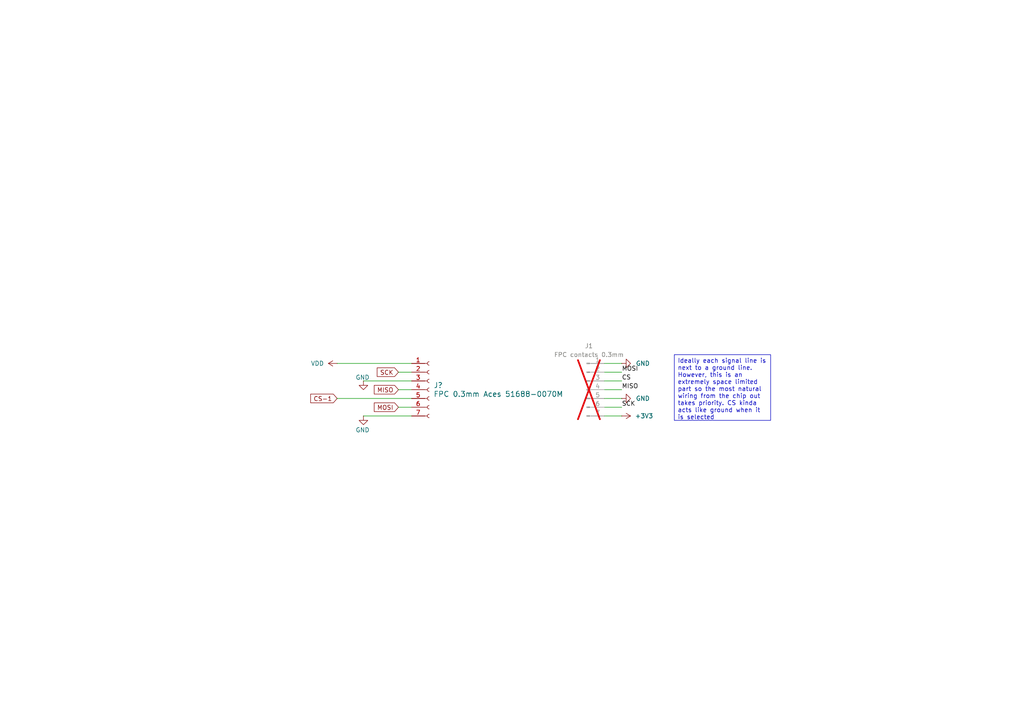
<source format=kicad_sch>
(kicad_sch (version 20250114) (generator "eeschema") (generator_version "9.0")
  (paper "A4")
  (title_block (date "2025-11-16") (rev "V1.1") (comment 1 "Licensed under CERN-OHL-S v2") (comment 2 "Author: Asher Edwards"))
  (lib_symbols
    (symbol "Connector:Conn_01x07_Pin" (pin_names (offset 1.016) (hide yes))
      (property "Reference" "J" (at 0 10.16 0))
      (property "Value" "Conn_01x07_Pin" (at 0 -10.16 0))
      (symbol "Conn_01x07_Pin_1_1"
        (rectangle (start 0.8636 7.747) (end 0 7.493) (stroke (width 0.1524)) (fill (type outline)))
        (rectangle (start 0.8636 5.207) (end 0 4.953) (stroke (width 0.1524)) (fill (type outline)))
        (rectangle (start 0.8636 2.667) (end 0 2.413) (stroke (width 0.1524)) (fill (type outline)))
        (rectangle (start 0.8636 0.127) (end 0 -0.127) (stroke (width 0.1524)) (fill (type outline)))
        (rectangle (start 0.8636 -2.413) (end 0 -2.667) (stroke (width 0.1524)) (fill (type outline)))
        (rectangle (start 0.8636 -4.953) (end 0 -5.207) (stroke (width 0.1524)) (fill (type outline)))
        (rectangle (start 0.8636 -7.493) (end 0 -7.747) (stroke (width 0.1524)) (fill (type outline)))
        (polyline (pts (xy 1.27 7.62) (xy 0.8636 7.62)) (stroke (width 0.1524)))
        (polyline (pts (xy 1.27 5.08) (xy 0.8636 5.08)) (stroke (width 0.1524)))
        (polyline (pts (xy 1.27 2.54) (xy 0.8636 2.54)) (stroke (width 0.1524)))
        (polyline (pts (xy 1.27 0) (xy 0.8636 0)) (stroke (width 0.1524)))
        (polyline (pts (xy 1.27 -2.54) (xy 0.8636 -2.54)) (stroke (width 0.1524)))
        (polyline (pts (xy 1.27 -5.08) (xy 0.8636 -5.08)) (stroke (width 0.1524)))
        (polyline (pts (xy 1.27 -7.62) (xy 0.8636 -7.62)) (stroke (width 0.1524)))
        (pin passive line (at 5.08 7.62 180) (length 3.81) (name "Pin_1") (number "1"))
        (pin passive line (at 5.08 5.08 180) (length 3.81) (name "Pin_2") (number "2"))
        (pin passive line (at 5.08 2.54 180) (length 3.81) (name "Pin_3") (number "3"))
        (pin passive line (at 5.08 0 180) (length 3.81) (name "Pin_4") (number "4"))
        (pin passive line (at 5.08 -2.54 180) (length 3.81) (name "Pin_5") (number "5"))
        (pin passive line (at 5.08 -5.08 180) (length 3.81) (name "Pin_6") (number "6"))
        (pin passive line (at 5.08 -7.62 180) (length 3.81) (name "Pin_7") (number "7"))
      )
    )
    (symbol "Connector:Conn_01x07_Socket" (pin_names (offset 1.016) (hide yes))
      (property "Reference" "J" (at 0 10.16 0))
      (property "Value" "Conn_01x07_Socket" (at 0 -10.16 0))
      (symbol "Conn_01x07_Socket_1_1"
        (polyline (pts (xy -1.27 7.62) (xy -0.508 7.62)) (stroke (width 0.1524)))
        (polyline (pts (xy -1.27 5.08) (xy -0.508 5.08)) (stroke (width 0.1524)))
        (polyline (pts (xy -1.27 2.54) (xy -0.508 2.54)) (stroke (width 0.1524)))
        (polyline (pts (xy -1.27 0) (xy -0.508 0)) (stroke (width 0.1524)))
        (polyline (pts (xy -1.27 -2.54) (xy -0.508 -2.54)) (stroke (width 0.1524)))
        (polyline (pts (xy -1.27 -5.08) (xy -0.508 -5.08)) (stroke (width 0.1524)))
        (polyline (pts (xy -1.27 -7.62) (xy -0.508 -7.62)) (stroke (width 0.1524)))
        (arc (start 0 7.112) (mid -0.5058 7.62) (end 0 8.128) (stroke (width 0.1524)))
        (arc (start 0 4.572) (mid -0.5058 5.08) (end 0 5.588) (stroke (width 0.1524)))
        (arc (start 0 2.032) (mid -0.5058 2.54) (end 0 3.048) (stroke (width 0.1524)))
        (arc (start 0 -0.508) (mid -0.5058 0) (end 0 0.508) (stroke (width 0.1524)))
        (arc (start 0 -3.048) (mid -0.5058 -2.54) (end 0 -2.032) (stroke (width 0.1524)))
        (arc (start 0 -5.588) (mid -0.5058 -5.08) (end 0 -4.572) (stroke (width 0.1524)))
        (arc (start 0 -8.128) (mid -0.5058 -7.62) (end 0 -7.112) (stroke (width 0.1524)))
        (pin passive line (at -5.08 7.62 0) (length 3.81) (name "Pin_1") (number "1"))
        (pin passive line (at -5.08 5.08 0) (length 3.81) (name "Pin_2") (number "2"))
        (pin passive line (at -5.08 2.54 0) (length 3.81) (name "Pin_3") (number "3"))
        (pin passive line (at -5.08 0 0) (length 3.81) (name "Pin_4") (number "4"))
        (pin passive line (at -5.08 -2.54 0) (length 3.81) (name "Pin_5") (number "5"))
        (pin passive line (at -5.08 -5.08 0) (length 3.81) (name "Pin_6") (number "6"))
        (pin passive line (at -5.08 -7.62 0) (length 3.81) (name "Pin_7") (number "7"))
      )
    )
    (symbol "power:+3V3" (power) (pin_numbers (hide yes)) (pin_names (offset 0) (hide yes))
      (property "Value" "+3V3" (at 0 3.556 0))
      (symbol "+3V3_0_1"
        (polyline (pts (xy -0.762 1.27) (xy 0 2.54)))
        (polyline (pts (xy 0 2.54) (xy 0.762 1.27)))
        (polyline (pts (xy 0 0) (xy 0 2.54)))
      )
      (symbol "+3V3_1_1"
        (pin power_in line (at 0 0 90) (length 0) (name "~") (number "1"))
      )
    )
    (symbol "power:GND" (power) (pin_numbers (hide yes)) (pin_names (offset 0) (hide yes))
      (property "Value" "GND" (at 0 -3.81 0))
      (symbol "GND_0_1"
        (polyline (pts (xy 0 0) (xy 0 -1.27) (xy 1.27 -1.27) (xy 0 -2.54) (xy -1.27 -1.27) (xy 0 -1.27)))
      )
      (symbol "GND_1_1"
        (pin power_in line (at 0 0 270) (length 0) (name "~") (number "1"))
      )
    )
    (symbol "power:VDD" (power) (pin_numbers (hide yes)) (pin_names (offset 0) (hide yes))
      (property "Value" "VDD" (at 0 3.556 0))
      (symbol "VDD_0_1"
        (polyline (pts (xy -0.762 1.27) (xy 0 2.54)))
        (polyline (pts (xy 0 2.54) (xy 0.762 1.27)))
        (polyline (pts (xy 0 0) (xy 0 2.54)))
      )
      (symbol "VDD_1_1"
        (pin power_in line (at 0 0 90) (length 0) (name "~") (number "1"))
      )
    )
  )
  (text_box "Ideally each signal line is next to a ground line. However, this is an extremely space limited part so the most natural wiring from the chip out takes priority. CS kinda acts like ground when it is selected" (at 195.58 102.87 0) (size 27.94 19.05) (margins 0.9525 0.9525 0.9525 0.9525) (effects (font (size 1.27 1.27)) (justify left top)))
  (wire (pts (xy 180.34 120.65) (xy 175.26 120.65)))
  (wire (pts (xy 180.34 115.57) (xy 175.26 115.57)))
  (wire (pts (xy 115.57 113.03) (xy 119.38 113.03)))
  (wire (pts (xy 175.26 113.03) (xy 180.34 113.03)))
  (wire (pts (xy 175.26 107.95) (xy 180.34 107.95)))
  (wire (pts (xy 180.34 110.49) (xy 175.26 110.49)))
  (wire (pts (xy 115.57 107.95) (xy 119.38 107.95)))
  (wire (pts (xy 97.79 105.41) (xy 119.38 105.41)))
  (wire (pts (xy 115.57 118.11) (xy 119.38 118.11)))
  (wire (pts (xy 105.41 120.65) (xy 119.38 120.65)))
  (wire (pts (xy 180.34 118.11) (xy 175.26 118.11)))
  (wire (pts (xy 180.34 105.41) (xy 175.26 105.41)))
  (wire (pts (xy 105.41 110.49) (xy 119.38 110.49)))
  (wire (pts (xy 97.79 115.57) (xy 119.38 115.57)))
  (label "MOSI" (at 180.34 107.95 0))
  (label "MISO" (at 180.34 113.03 0))
  (label "CS" (at 180.34 110.49 0))
  (label "SCK" (at 180.34 118.11 0))
  (global_label "MISO" (shape input) (at 115.57 113.03 180) (property "Intersheetrefs" "${INTERSHEET_REFS}" (effects (hide yes))))
  (global_label "MOSI" (shape input) (at 115.57 118.11 180) (property "Intersheetrefs" "${INTERSHEET_REFS}" (effects (hide yes))))
  (global_label "SCK" (shape input) (at 115.57 107.95 180) (property "Intersheetrefs" "${INTERSHEET_REFS}" (effects (hide yes))))
  (global_label "CS-1" (shape input) (at 97.79 115.57 180) (property "Intersheetrefs" "${INTERSHEET_REFS}" (effects (hide yes))))
  (symbol (lib_id "power:GND") (at 180.34 115.57 90) (unit 1)
    (property "Reference" "#PWR04" (effects (hide yes)))
    (property "Value" "GND" (at 184.404 115.5701 90) (effects (justify right)))
    (property "Description" "Power symbol creates a global label with name \"GND\" , ground" (effects (hide yes)))
  )
  (symbol (lib_id "power:+3V3") (at 180.34 120.65 270) (unit 1)
    (property "Reference" "#PWR07" (effects (hide yes)))
    (property "Value" "+3V3" (at 184.15 120.6501 90) (effects (justify left)))
    (property "Description" "Power symbol creates a global label with name \"+3V3\"" (effects (hide yes)))
  )
  (symbol (lib_id "power:VDD") (at 97.79 105.41 90) (unit 1)
    (property "Reference" "#PWR?" (effects (hide yes)))
    (property "Value" "VDD" (at 93.98 105.4099 90) (effects (justify left)))
    (property "Description" "Power symbol creates a global label with name \"VDD\"" (effects (hide yes)))
  )
  (symbol (lib_id "Connector:Conn_01x07_Socket") (at 124.46 113.03 0) (unit 1)
    (property "Reference" "J?" (at 125.73 111.7599 0) (effects (font (size 1.524 1.524)) (justify left)))
    (property "Value" "FPC 0.3mm Aces 51688-0070M" (at 125.73 114.2999 0) (effects (font (size 1.524 1.524)) (justify left)))
    (property "Footprint" "custom_Connector:fpc_7pin_0.3mm_connector Aces" (effects (hide yes)))
    (property "Description" "Generic connector, single row, 01x07, script generated" (effects (hide yes)))
  )
  (symbol (lib_id "power:GND") (at 105.41 110.49 0) (unit 1)
    (property "Reference" "#PWR?" (effects (hide yes)))
    (property "Value" "GND" (at 105.156 109.474 0))
    (property "Description" "Power symbol creates a global label with name \"GND\" , ground" (effects (hide yes)))
  )
  (symbol (lib_id "power:GND") (at 180.34 105.41 90) (unit 1)
    (property "Reference" "#PWR05" (effects (hide yes)))
    (property "Value" "GND" (at 184.404 105.4101 90) (effects (justify right)))
    (property "Description" "Power symbol creates a global label with name \"GND\" , ground" (effects (hide yes)))
  )
  (symbol (lib_id "Connector:Conn_01x07_Pin") (at 170.18 113.03 0) (unit 1) (dnp yes)
    (property "Reference" "J1" (at 170.815 100.33 0))
    (property "Value" "FPC contacts 0.3mm" (at 170.815 102.87 0))
    (property "Footprint" "custom_testpoints:7pin_fpc_contact_0.3mmptich" (effects (hide yes)))
    (property "Description" "Generic connector, single row, 01x07, script generated" (effects (hide yes)))
  )
  (symbol (lib_id "power:GND") (at 105.41 120.65 0) (unit 1)
    (property "Reference" "#PWR?" (effects (hide yes)))
    (property "Value" "GND" (at 105.156 124.714 0))
    (property "Description" "Power symbol creates a global label with name \"GND\" , ground" (effects (hide yes)))
  )
)
</source>
